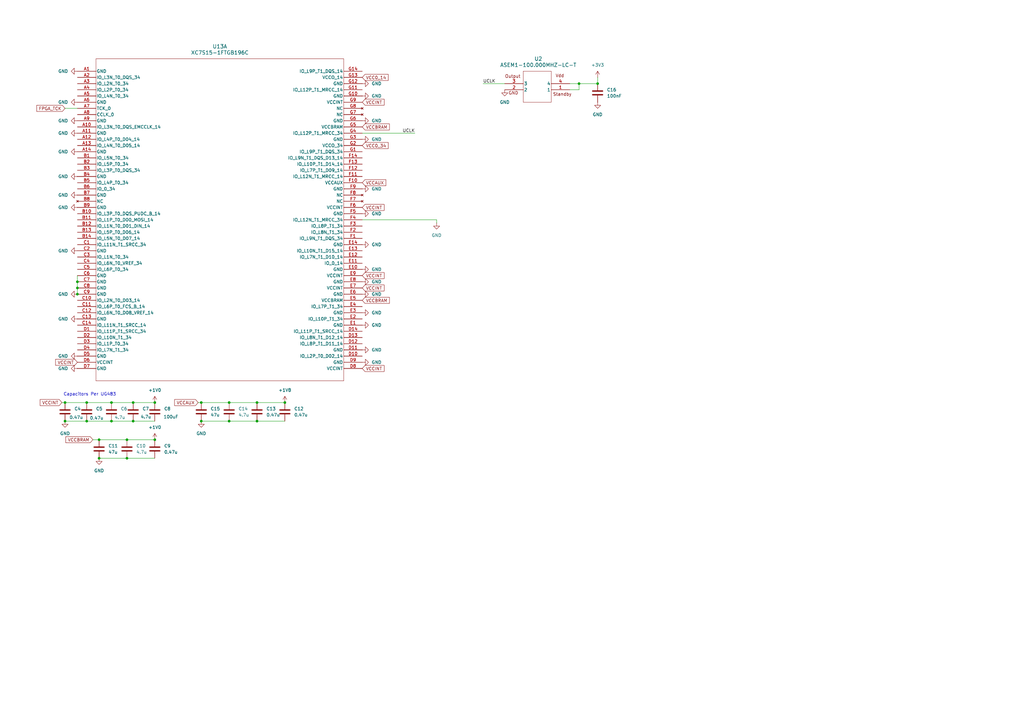
<source format=kicad_sch>
(kicad_sch (version 20250114) (generator "eeschema") (generator_version "9.0")
  (paper "A3")
  (lib_symbols
    (symbol "Device:C" (pin_numbers (hide yes)) (pin_names (offset 0.254))
      (property "Reference" "C" (at 0.635 2.54 0))
      (property "Value" "C" (at 0.635 -2.54 0))
      (symbol "C_0_1"
        (polyline (pts (xy -2.032 0.762) (xy 2.032 0.762)) (stroke (width 0.508)))
        (polyline (pts (xy -2.032 -0.762) (xy 2.032 -0.762)) (stroke (width 0.508)))
      )
      (symbol "C_1_1"
        (pin passive line (at 0 3.81 270) (length 2.794) (name "~") (number "1"))
        (pin passive line (at 0 -3.81 90) (length 2.794) (name "~") (number "2"))
      )
    )
    (symbol "FPGA&MCU:ASEM1-100.000MHZ-LC-T" (pin_names (offset 0.254))
      (property "Reference" "U" (at 13.716 9.398 0))
      (property "Value" "ASEM1-100.000MHZ-LC-T" (at 13.716 6.858 0))
      (symbol "ASEM1-100.000MHZ-LC-T_0_1"
        (polyline (pts (xy 7.62 5.08) (xy 7.62 -7.62)) (stroke (width 0.127)))
        (polyline (pts (xy 7.62 -7.62) (xy 19.05 -7.62)) (stroke (width 0.127)))
        (polyline (pts (xy 19.05 5.08) (xy 7.62 5.08)) (stroke (width 0.127)))
        (polyline (pts (xy 19.05 -7.62) (xy 19.05 5.08)) (stroke (width 0.127)))
        (pin unspecified line (at 0 0 0) (length 7.62) (name "3") (number "3"))
        (pin unspecified line (at 0 -2.54 0) (length 7.62) (name "2") (number "2"))
        (pin unspecified line (at 26.67 0 180) (length 7.62) (name "4") (number "4"))
        (pin unspecified line (at 26.67 -2.54 180) (length 7.62) (name "1") (number "1"))
      )
      (symbol "ASEM1-100.000MHZ-LC-T_1_1"
        (text "Output" (at 3.302 3.048 0) (effects (font (size 1.27 1.27))))
        (text "GND\n" (at 3.556 -3.81 0) (effects (font (size 1.27 1.27))))
        (text "Vdd\n" (at 22.606 3.302 0) (effects (font (size 1.27 1.27))))
        (text "Standby\n" (at 23.622 -4.318 0) (effects (font (size 1.27 1.27))))
      )
    )
    (symbol "FPGA&MCU:XC7S15-1FTGB196C" (pin_names (offset 0.254))
      (property "Reference" "U" (at 58.42 10.16 0))
      (property "Value" "XC7S15-1FTGB196C" (at 58.42 7.62 0))
      (symbol "XC7S15-1FTGB196C_1_1"
        (polyline (pts (xy 7.62 5.08) (xy 7.62 -127)) (stroke (width 0.127)))
        (polyline (pts (xy 7.62 -127) (xy 109.22 -127)) (stroke (width 0.127)))
        (polyline (pts (xy 109.22 5.08) (xy 7.62 5.08)) (stroke (width 0.127)))
        (polyline (pts (xy 109.22 -127) (xy 109.22 5.08)) (stroke (width 0.127)))
        (pin power_out line (at 0 0 0) (length 7.62) (name "GND") (number "A1"))
        (pin bidirectional line (at 0 -2.54 0) (length 7.62) (name "IO_L3N_T0_DQS_34") (number "A2"))
        (pin bidirectional line (at 0 -5.08 0) (length 7.62) (name "IO_L2N_T0_34") (number "A3"))
        (pin bidirectional line (at 0 -7.62 0) (length 7.62) (name "IO_L2P_T0_34") (number "A4"))
        (pin bidirectional line (at 0 -10.16 0) (length 7.62) (name "IO_L4N_T0_34") (number "A5"))
        (pin power_out line (at 0 -12.7 0) (length 7.62) (name "GND") (number "A6"))
        (pin input line (at 0 -15.24 0) (length 7.62) (name "TCK_0") (number "A7"))
        (pin bidirectional line (at 0 -17.78 0) (length 7.62) (name "CCLK_0") (number "A8"))
        (pin power_out line (at 0 -20.32 0) (length 7.62) (name "GND") (number "A9"))
        (pin bidirectional line (at 0 -22.86 0) (length 7.62) (name "IO_L3N_T0_DQS_EMCCLK_14") (number "A10"))
        (pin power_out line (at 0 -25.4 0) (length 7.62) (name "GND") (number "A11"))
        (pin bidirectional line (at 0 -27.94 0) (length 7.62) (name "IO_L4P_T0_D04_14") (number "A12"))
        (pin bidirectional line (at 0 -30.48 0) (length 7.62) (name "IO_L4N_T0_D05_14") (number "A13"))
        (pin power_out line (at 0 -33.02 0) (length 7.62) (name "GND") (number "A14"))
        (pin bidirectional line (at 0 -35.56 0) (length 7.62) (name "IO_L5N_T0_34") (number "B1"))
        (pin bidirectional line (at 0 -38.1 0) (length 7.62) (name "IO_L5P_T0_34") (number "B2"))
        (pin bidirectional line (at 0 -40.64 0) (length 7.62) (name "IO_L3P_T0_DQS_34") (number "B3"))
        (pin power_out line (at 0 -43.18 0) (length 7.62) (name "GND") (number "B4"))
        (pin bidirectional line (at 0 -45.72 0) (length 7.62) (name "IO_L4P_T0_34") (number "B5"))
        (pin bidirectional line (at 0 -48.26 0) (length 7.62) (name "IO_0_34") (number "B6"))
        (pin power_out line (at 0 -50.8 0) (length 7.62) (name "GND") (number "B7"))
        (pin no_connect line (at 0 -53.34 0) (length 7.62) (name "NC") (number "B8"))
        (pin power_out line (at 0 -55.88 0) (length 7.62) (name "GND") (number "B9"))
        (pin bidirectional line (at 0 -58.42 0) (length 7.62) (name "IO_L3P_T0_DQS_PUDC_B_14") (number "B10"))
        (pin bidirectional line (at 0 -60.96 0) (length 7.62) (name "IO_L1P_T0_D00_MOSI_14") (number "B11"))
        (pin bidirectional line (at 0 -63.5 0) (length 7.62) (name "IO_L1N_T0_D01_DIN_14") (number "B12"))
        (pin bidirectional line (at 0 -66.04 0) (length 7.62) (name "IO_L5P_T0_D06_14") (number "B13"))
        (pin bidirectional line (at 0 -68.58 0) (length 7.62) (name "IO_L5N_T0_D07_14") (number "B14"))
        (pin bidirectional line (at 0 -71.12 0) (length 7.62) (name "IO_L11N_T1_SRCC_34") (number "C1"))
        (pin power_out line (at 0 -73.66 0) (length 7.62) (name "GND") (number "C2"))
        (pin bidirectional line (at 0 -76.2 0) (length 7.62) (name "IO_L1N_T0_34") (number "C3"))
        (pin bidirectional line (at 0 -78.74 0) (length 7.62) (name "IO_L6N_T0_VREF_34") (number "C4"))
        (pin bidirectional line (at 0 -81.28 0) (length 7.62) (name "IO_L6P_T0_34") (number "C5"))
        (pin power_out line (at 0 -83.82 0) (length 7.62) (name "GND") (number "C6"))
        (pin power_out line (at 0 -86.36 0) (length 7.62) (name "GND") (number "C7"))
        (pin power_out line (at 0 -88.9 0) (length 7.62) (name "GND") (number "C8"))
        (pin power_out line (at 0 -91.44 0) (length 7.62) (name "GND") (number "C9"))
        (pin bidirectional line (at 0 -93.98 0) (length 7.62) (name "IO_L2N_T0_D03_14") (number "C10"))
        (pin bidirectional line (at 0 -96.52 0) (length 7.62) (name "IO_L6P_T0_FCS_B_14") (number "C11"))
        (pin bidirectional line (at 0 -99.06 0) (length 7.62) (name "IO_L6N_T0_D08_VREF_14") (number "C12"))
        (pin power_out line (at 0 -101.6 0) (length 7.62) (name "GND") (number "C13"))
        (pin bidirectional line (at 0 -104.14 0) (length 7.62) (name "IO_L11N_T1_SRCC_14") (number "C14"))
        (pin bidirectional line (at 0 -106.68 0) (length 7.62) (name "IO_L11P_T1_SRCC_34") (number "D1"))
        (pin bidirectional line (at 0 -109.22 0) (length 7.62) (name "IO_L10N_T1_34") (number "D2"))
        (pin bidirectional line (at 0 -111.76 0) (length 7.62) (name "IO_L1P_T0_34") (number "D3"))
        (pin bidirectional line (at 0 -114.3 0) (length 7.62) (name "IO_L7N_T1_34") (number "D4"))
        (pin power_out line (at 0 -116.84 0) (length 7.62) (name "GND") (number "D5"))
        (pin power_in line (at 0 -119.38 0) (length 7.62) (name "VCCINT") (number "D6"))
        (pin power_out line (at 0 -121.92 0) (length 7.62) (name "GND") (number "D7"))
        (pin bidirectional line (at 116.84 0 180) (length 7.62) (name "IO_L9P_T1_DQS_14") (number "G14"))
        (pin power_in line (at 116.84 -2.54 180) (length 7.62) (name "VCCO_14") (number "G13"))
        (pin power_out line (at 116.84 -5.08 180) (length 7.62) (name "GND") (number "G12"))
        (pin bidirectional line (at 116.84 -7.62 180) (length 7.62) (name "IO_L12P_T1_MRCC_14") (number "G11"))
        (pin power_out line (at 116.84 -10.16 180) (length 7.62) (name "GND") (number "G10"))
        (pin power_in line (at 116.84 -12.7 180) (length 7.62) (name "VCCINT") (number "G9"))
        (pin no_connect line (at 116.84 -15.24 180) (length 7.62) (name "NC") (number "G8"))
        (pin no_connect line (at 116.84 -17.78 180) (length 7.62) (name "NC") (number "G7"))
        (pin power_out line (at 116.84 -20.32 180) (length 7.62) (name "GND") (number "G6"))
        (pin power_in line (at 116.84 -22.86 180) (length 7.62) (name "VCCBRAM") (number "G5"))
        (pin bidirectional line (at 116.84 -25.4 180) (length 7.62) (name "IO_L12P_T1_MRCC_34") (number "G4"))
        (pin power_out line (at 116.84 -27.94 180) (length 7.62) (name "GND") (number "G3"))
        (pin power_in line (at 116.84 -30.48 180) (length 7.62) (name "VCCO_34") (number "G2"))
        (pin bidirectional line (at 116.84 -33.02 180) (length 7.62) (name "IO_L9P_T1_DQS_34") (number "G1"))
        (pin bidirectional line (at 116.84 -35.56 180) (length 7.62) (name "IO_L9N_T1_DQS_D13_14") (number "F14"))
        (pin bidirectional line (at 116.84 -38.1 180) (length 7.62) (name "IO_L10P_T1_D14_14") (number "F13"))
        (pin bidirectional line (at 116.84 -40.64 180) (length 7.62) (name "IO_L7P_T1_D09_14") (number "F12"))
        (pin bidirectional line (at 116.84 -43.18 180) (length 7.62) (name "IO_L12N_T1_MRCC_14") (number "F11"))
        (pin power_in line (at 116.84 -45.72 180) (length 7.62) (name "VCCAUX") (number "F10"))
        (pin power_out line (at 116.84 -48.26 180) (length 7.62) (name "GND") (number "F9"))
        (pin no_connect line (at 116.84 -50.8 180) (length 7.62) (name "NC") (number "F8"))
        (pin no_connect line (at 116.84 -53.34 180) (length 7.62) (name "NC") (number "F7"))
        (pin power_in line (at 116.84 -55.88 180) (length 7.62) (name "VCCINT") (number "F6"))
        (pin power_out line (at 116.84 -58.42 180) (length 7.62) (name "GND") (number "F5"))
        (pin bidirectional line (at 116.84 -60.96 180) (length 7.62) (name "IO_L12N_T1_MRCC_34") (number "F4"))
        (pin bidirectional line (at 116.84 -63.5 180) (length 7.62) (name "IO_L8P_T1_34") (number "F3"))
        (pin bidirectional line (at 116.84 -66.04 180) (length 7.62) (name "IO_L8N_T1_34") (number "F2"))
        (pin bidirectional line (at 116.84 -68.58 180) (length 7.62) (name "IO_L9N_T1_DQS_34") (number "F1"))
        (pin power_out line (at 116.84 -71.12 180) (length 7.62) (name "GND") (number "E14"))
        (pin bidirectional line (at 116.84 -73.66 180) (length 7.62) (name "IO_L10N_T1_D15_14") (number "E13"))
        (pin bidirectional line (at 116.84 -76.2 180) (length 7.62) (name "IO_L7N_T1_D10_14") (number "E12"))
        (pin bidirectional line (at 116.84 -78.74 180) (length 7.62) (name "IO_0_14") (number "E11"))
        (pin power_out line (at 116.84 -81.28 180) (length 7.62) (name "GND") (number "E10"))
        (pin power_in line (at 116.84 -83.82 180) (length 7.62) (name "VCCINT") (number "E9"))
        (pin power_out line (at 116.84 -86.36 180) (length 7.62) (name "GND") (number "E8"))
        (pin power_in line (at 116.84 -88.9 180) (length 7.62) (name "VCCINT") (number "E7"))
        (pin power_out line (at 116.84 -91.44 180) (length 7.62) (name "GND") (number "E6"))
        (pin power_in line (at 116.84 -93.98 180) (length 7.62) (name "VCCBRAM") (number "E5"))
        (pin bidirectional line (at 116.84 -96.52 180) (length 7.62) (name "IO_L7P_T1_34") (number "E4"))
        (pin power_out line (at 116.84 -99.06 180) (length 7.62) (name "GND") (number "E3"))
        (pin bidirectional line (at 116.84 -101.6 180) (length 7.62) (name "IO_L10P_T1_34") (number "E2"))
        (pin power_out line (at 116.84 -104.14 180) (length 7.62) (name "GND") (number "E1"))
        (pin bidirectional line (at 116.84 -106.68 180) (length 7.62) (name "IO_L11P_T1_SRCC_14") (number "D14"))
        (pin bidirectional line (at 116.84 -109.22 180) (length 7.62) (name "IO_L8N_T1_D12_14") (number "D13"))
        (pin bidirectional line (at 116.84 -111.76 180) (length 7.62) (name "IO_L8P_T1_D11_14") (number "D12"))
        (pin power_out line (at 116.84 -114.3 180) (length 7.62) (name "GND") (number "D11"))
        (pin bidirectional line (at 116.84 -116.84 180) (length 7.62) (name "IO_L2P_T0_D02_14") (number "D10"))
        (pin power_out line (at 116.84 -119.38 180) (length 7.62) (name "GND") (number "D9"))
        (pin power_in line (at 116.84 -121.92 180) (length 7.62) (name "VCCINT") (number "D8"))
      )
      (symbol "XC7S15-1FTGB196C_2_1"
        (polyline (pts (xy 7.62 5.08) (xy 7.62 -127)) (stroke (width 0.127)))
        (polyline (pts (xy 7.62 -127) (xy 124.46 -127)) (stroke (width 0.127)))
        (polyline (pts (xy 124.46 5.08) (xy 7.62 5.08)) (stroke (width 0.127)))
        (polyline (pts (xy 124.46 -127) (xy 124.46 5.08)) (stroke (width 0.127)))
        (pin bidirectional line (at 0 0 0) (length 7.62) (name "IO_L14N_T2_SRCC_34") (number "H1"))
        (pin bidirectional line (at 0 -2.54 0) (length 7.62) (name "IO_L14P_T2_SRCC_34") (number "H2"))
        (pin bidirectional line (at 0 -5.08 0) (length 7.62) (name "IO_L13N_T2_MRCC_34") (number "H3"))
        (pin bidirectional line (at 0 -7.62 0) (length 7.62) (name "IO_L13P_T2_MRCC_34") (number "H4"))
        (pin power_out line (at 0 -10.16 0) (length 7.62) (name "GND") (number "H5"))
        (pin power_in line (at 0 -12.7 0) (length 7.62) (name "VCCINT") (number "H6"))
        (pin no_connect line (at 0 -15.24 0) (length 7.62) (name "NC") (number "H7"))
        (pin no_connect line (at 0 -17.78 0) (length 7.62) (name "NC") (number "H8"))
        (pin power_out line (at 0 -20.32 0) (length 7.62) (name "GND") (number "H9"))
        (pin power_in line (at 0 -22.86 0) (length 7.62) (name "VCCAUX") (number "H10"))
        (pin bidirectional line (at 0 -25.4 0) (length 7.62) (name "IO_L13P_T2_MRCC_14") (number "H11"))
        (pin bidirectional line (at 0 -27.94 0) (length 7.62) (name "IO_L13N_T2_MRCC_14") (number "H12"))
        (pin bidirectional line (at 0 -30.48 0) (length 7.62) (name "IO_L14P_T2_SRCC_14") (number "H13"))
        (pin bidirectional line (at 0 -33.02 0) (length 7.62) (name "IO_L14N_T2_SRCC_14") (number "H14"))
        (pin bidirectional line (at 0 -35.56 0) (length 7.62) (name "IO_L15N_T2_DQS_34") (number "J1"))
        (pin bidirectional line (at 0 -38.1 0) (length 7.62) (name "IO_L15P_T2_DQS_34") (number "J2"))
        (pin bidirectional line (at 0 -40.64 0) (length 7.62) (name "IO_L17N_T2_34") (number "J3"))
        (pin bidirectional line (at 0 -43.18 0) (length 7.62) (name "IO_L17P_T2_34") (number "J4"))
        (pin power_in line (at 0 -45.72 0) (length 7.62) (name "VCCBRAM") (number "J5"))
        (pin power_out line (at 0 -48.26 0) (length 7.62) (name "GND") (number "J6"))
        (pin unspecified line (at 0 -50.8 0) (length 7.62) (name "DXN_0") (number "J7"))
        (pin unspecified line (at 0 -53.34 0) (length 7.62) (name "DXP_0") (number "J8"))
        (pin power_in line (at 0 -55.88 0) (length 7.62) (name "VCCINT") (number "J9"))
        (pin power_out line (at 0 -58.42 0) (length 7.62) (name "GND") (number "J10"))
        (pin bidirectional line (at 0 -60.96 0) (length 7.62) (name "IO_L17P_T2_D30_14") (number "J11"))
        (pin bidirectional line (at 0 -63.5 0) (length 7.62) (name "IO_L17N_T2_D29_14") (number "J12"))
        (pin bidirectional line (at 0 -66.04 0) (length 7.62) (name "IO_L18P_T2_D28_14") (number "J13"))
        (pin bidirectional line (at 0 -68.58 0) (length 7.62) (name "IO_L18N_T2_D27_14") (number "J14"))
        (pin power_out line (at 0 -71.12 0) (length 7.62) (name "GND") (number "K1"))
        (pin power_in line (at 0 -73.66 0) (length 7.62) (name "VCCO_34") (number "K2"))
        (pin bidirectional line (at 0 -76.2 0) (length 7.62) (name "IO_L16N_T2_34") (number "K3"))
        (pin bidirectional line (at 0 -78.74 0) (length 7.62) (name "IO_L16P_T2_34") (number "K4"))
        (pin power_out line (at 0 -81.28 0) (length 7.62) (name "GND") (number "K5"))
        (pin power_in line (at 0 -83.82 0) (length 7.62) (name "VCCINT") (number "K6"))
        (pin power_out line (at 0 -86.36 0) (length 7.62) (name "GND") (number "K7"))
        (pin power_in line (at 0 -88.9 0) (length 7.62) (name "VCCINT") (number "K8"))
        (pin power_out line (at 0 -91.44 0) (length 7.62) (name "GND") (number "K9"))
        (pin power_in line (at 0 -93.98 0) (length 7.62) (name "VCCAUX") (number "K10"))
        (pin bidirectional line (at 0 -96.52 0) (length 7.62) (name "IO_L19P_T3_D26_14") (number "K11"))
        (pin bidirectional line (at 0 -99.06 0) (length 7.62) (name "IO_L19N_T3_D25_VREF_14") (number "K12"))
        (pin power_in line (at 0 -101.6 0) (length 7.62) (name "VCCO_14") (number "K13"))
        (pin power_out line (at 0 -104.14 0) (length 7.62) (name "GND") (number "K14"))
        (pin bidirectional line (at 0 -106.68 0) (length 7.62) (name "IO_L18N_T2_34") (number "L1"))
        (pin bidirectional line (at 0 -109.22 0) (length 7.62) (name "IO_L22N_T3_34") (number "L2"))
        (pin bidirectional line (at 0 -111.76 0) (length 7.62) (name "IO_L22P_T3_34") (number "L3"))
        (pin power_out line (at 0 -114.3 0) (length 7.62) (name "GND") (number "L4"))
        (pin bidirectional line (at 0 -116.84 0) (length 7.62) (name "IO_25_34") (number "L5"))
        (pin power_out line (at 0 -119.38 0) (length 7.62) (name "GND") (number "L6"))
        (pin input line (at 0 -121.92 0) (length 7.62) (name "PROGRAM_B_0") (number "L7"))
        (pin power_out line (at 132.08 0 180) (length 7.62) (name "GND") (number "P14"))
        (pin bidirectional line (at 132.08 -2.54 180) (length 7.62) (name "IO_L22N_T3_D20_14") (number "P13"))
        (pin bidirectional line (at 132.08 -5.08 180) (length 7.62) (name "IO_L22P_T3_D21_14") (number "P12"))
        (pin bidirectional line (at 132.08 -7.62 180) (length 7.62) (name "IO_L24N_T3_D16_14") (number "P11"))
        (pin bidirectional line (at 132.08 -10.16 180) (length 7.62) (name "IO_L24P_T3_D17_14") (number "P10"))
        (pin bidirectional line (at 132.08 -12.7 180) (length 7.62) (name "DONE_0") (number "P9"))
        (pin bidirectional line (at 132.08 -15.24 180) (length 7.62) (name "INIT_B_0") (number "P8"))
        (pin input line (at 132.08 -17.78 180) (length 7.62) (name "TDI_0") (number "P7"))
        (pin output line (at 132.08 -20.32 180) (length 7.62) (name "TDO_0") (number "P6"))
        (pin bidirectional line (at 132.08 -22.86 180) (length 7.62) (name "IO_L24P_T3_34") (number "P5"))
        (pin bidirectional line (at 132.08 -25.4 180) (length 7.62) (name "IO_L21P_T3_DQS_34") (number "P4"))
        (pin bidirectional line (at 132.08 -27.94 180) (length 7.62) (name "IO_L21N_T3_DQS_34") (number "P3"))
        (pin bidirectional line (at 132.08 -30.48 180) (length 7.62) (name "IO_L20P_T3_34") (number "P2"))
        (pin power_out line (at 132.08 -33.02 180) (length 7.62) (name "GND") (number "P1"))
        (pin bidirectional line (at 132.08 -35.56 180) (length 7.62) (name "IO_L21P_T3_DQS_14") (number "N14"))
        (pin power_in line (at 132.08 -38.1 180) (length 7.62) (name "VCCO_14") (number "N13"))
        (pin power_out line (at 132.08 -40.64 180) (length 7.62) (name "GND") (number "N12"))
        (pin bidirectional line (at 132.08 -43.18 180) (length 7.62) (name "IO_L23N_T3_D18_14") (number "N11"))
        (pin bidirectional line (at 132.08 -45.72 180) (length 7.62) (name "IO_L23P_T3_D19_14") (number "N10"))
        (pin power_out line (at 132.08 -48.26 180) (length 7.62) (name "GND") (number "N9"))
        (pin power_in line (at 132.08 -50.8 180) (length 7.62) (name "VCCO_0") (number "N8"))
        (pin input line (at 132.08 -53.34 180) (length 7.62) (name "CFGBVS_0") (number "N7"))
        (pin power_in line (at 132.08 -55.88 180) (length 7.62) (name "VCCO_0") (number "N6"))
        (pin power_out line (at 132.08 -58.42 180) (length 7.62) (name "GND") (number "N5"))
        (pin bidirectional line (at 132.08 -60.96 180) (length 7.62) (name "IO_L24N_T3_34") (number "N4"))
        (pin power_out line (at 132.08 -63.5 180) (length 7.62) (name "GND") (number "N3"))
        (pin power_in line (at 132.08 -66.04 180) (length 7.62) (name "VCCO_34") (number "N2"))
        (pin bidirectional line (at 132.08 -68.58 180) (length 7.62) (name "IO_L20N_T3_34") (number "N1"))
        (pin bidirectional line (at 132.08 -71.12 180) (length 7.62) (name "IO_L21N_T3_DQS_D22_14") (number "M14"))
        (pin bidirectional line (at 132.08 -73.66 180) (length 7.62) (name "IO_L15P_T2_DQS_RDWR_B_14") (number "M13"))
        (pin bidirectional line (at 132.08 -76.2 180) (length 7.62) (name "IO_L20N_T3_D23_14") (number "M12"))
        (pin bidirectional line (at 132.08 -78.74 180) (length 7.62) (name "IO_L20P_T3_D24_14") (number "M11"))
        (pin bidirectional line (at 132.08 -81.28 180) (length 7.62) (name "IO_25_14") (number "M10"))
        (pin input line (at 132.08 -83.82 180) (length 7.62) (name "M2_0") (number "M9"))
        (pin input line (at 132.08 -86.36 180) (length 7.62) (name "M1_0") (number "M8"))
        (pin input line (at 132.08 -88.9 180) (length 7.62) (name "M0_0") (number "M7"))
        (pin input line (at 132.08 -91.44 180) (length 7.62) (name "TMS_0") (number "M6"))
        (pin bidirectional line (at 132.08 -93.98 180) (length 7.62) (name "IO_L23P_T3_34") (number "M5"))
        (pin bidirectional line (at 132.08 -96.52 180) (length 7.62) (name "IO_L23N_T3_34") (number "M4"))
        (pin bidirectional line (at 132.08 -99.06 180) (length 7.62) (name "IO_L19P_T3_34") (number "M3"))
        (pin bidirectional line (at 132.08 -101.6 180) (length 7.62) (name "IO_L19N_T3_VREF_34") (number "M2"))
        (pin bidirectional line (at 132.08 -104.14 180) (length 7.62) (name "IO_L18P_T2_34") (number "M1"))
        (pin bidirectional line (at 132.08 -106.68 180) (length 7.62) (name "IO_L15N_T2_DQS_DOUT_CSO_B_14") (number "L14"))
        (pin bidirectional line (at 132.08 -109.22 180) (length 7.62) (name "IO_L16N_T2_D31_14") (number "L13"))
        (pin bidirectional line (at 132.08 -111.76 180) (length 7.62) (name "IO_L16P_T2_CSI_B_14") (number "L12"))
        (pin power_out line (at 132.08 -114.3 180) (length 7.62) (name "GND") (number "L11"))
        (pin power_out line (at 132.08 -116.84 180) (length 7.62) (name "GND") (number "L10"))
        (pin power_in line (at 132.08 -119.38 180) (length 7.62) (name "VCCAUX") (number "L9"))
        (pin power_out line (at 132.08 -121.92 180) (length 7.62) (name "GND") (number "L8"))
      )
    )
    (symbol "power:+1V0" (power) (pin_numbers (hide yes)) (pin_names (offset 0) (hide yes))
      (property "Value" "+1V0" (at 0 3.556 0))
      (symbol "+1V0_0_1"
        (polyline (pts (xy -0.762 1.27) (xy 0 2.54)))
        (polyline (pts (xy 0 2.54) (xy 0.762 1.27)))
        (polyline (pts (xy 0 0) (xy 0 2.54)))
      )
      (symbol "+1V0_1_1"
        (pin power_in line (at 0 0 90) (length 0) (name "~") (number "1"))
      )
    )
    (symbol "power:+1V8" (power) (pin_numbers (hide yes)) (pin_names (offset 0) (hide yes))
      (property "Value" "+1V8" (at 0 3.556 0))
      (symbol "+1V8_0_1"
        (polyline (pts (xy -0.762 1.27) (xy 0 2.54)))
        (polyline (pts (xy 0 2.54) (xy 0.762 1.27)))
        (polyline (pts (xy 0 0) (xy 0 2.54)))
      )
      (symbol "+1V8_1_1"
        (pin power_in line (at 0 0 90) (length 0) (name "~") (number "1"))
      )
    )
    (symbol "power:+3V3" (power) (pin_numbers (hide yes)) (pin_names (offset 0) (hide yes))
      (property "Value" "+3V3" (at 0 3.556 0))
      (symbol "+3V3_0_1"
        (polyline (pts (xy -0.762 1.27) (xy 0 2.54)))
        (polyline (pts (xy 0 2.54) (xy 0.762 1.27)))
        (polyline (pts (xy 0 0) (xy 0 2.54)))
      )
      (symbol "+3V3_1_1"
        (pin power_in line (at 0 0 90) (length 0) (name "~") (number "1"))
      )
    )
    (symbol "power:GND" (power) (pin_numbers (hide yes)) (pin_names (offset 0) (hide yes))
      (property "Value" "GND" (at 0 -3.81 0))
      (symbol "GND_0_1"
        (polyline (pts (xy 0 0) (xy 0 -1.27) (xy 1.27 -1.27) (xy 0 -2.54) (xy -1.27 -1.27) (xy 0 -1.27)))
      )
      (symbol "GND_1_1"
        (pin power_in line (at 0 0 270) (length 0) (name "~") (number "1"))
      )
    )
  )
  (text "Capacitors Per UG483\n" (at 36.83 161.798 0) (effects (font (size 1.27 1.27))))
  (junction (at 116.84 165.1))
  (junction (at 93.98 165.1))
  (junction (at 40.64 180.34))
  (junction (at 35.56 172.72))
  (junction (at 26.67 172.72))
  (junction (at 105.41 172.72))
  (junction (at 82.55 165.1))
  (junction (at 31.75 120.65))
  (junction (at 40.64 187.96))
  (junction (at 105.41 165.1))
  (junction (at 237.49 34.29))
  (junction (at 31.75 115.57))
  (junction (at 45.72 172.72))
  (junction (at 63.5 180.34))
  (junction (at 245.11 34.29))
  (junction (at 63.5 165.1))
  (junction (at 82.55 172.72))
  (junction (at 93.98 172.72))
  (junction (at 54.61 165.1))
  (junction (at 52.07 187.96))
  (junction (at 26.67 165.1))
  (junction (at 54.61 172.72))
  (junction (at 45.72 165.1))
  (junction (at 31.75 118.11))
  (junction (at 52.07 180.34))
  (junction (at 35.56 165.1))
  (wire (pts (xy 45.72 172.72) (xy 54.61 172.72)))
  (wire (pts (xy 233.68 36.83) (xy 237.49 36.83)))
  (wire (pts (xy 26.67 165.1) (xy 35.56 165.1)))
  (wire (pts (xy 25.4 165.1) (xy 26.67 165.1)))
  (wire (pts (xy 31.75 115.57) (xy 31.75 118.11)))
  (wire (pts (xy 52.07 180.34) (xy 40.64 180.34)))
  (wire (pts (xy 105.41 165.1) (xy 93.98 165.1)))
  (wire (pts (xy 245.11 31.75) (xy 245.11 34.29)))
  (wire (pts (xy 26.67 172.72) (xy 35.56 172.72)))
  (wire (pts (xy 93.98 165.1) (xy 82.55 165.1)))
  (wire (pts (xy 52.07 187.96) (xy 63.5 187.96)))
  (wire (pts (xy 237.49 34.29) (xy 245.11 34.29)))
  (wire (pts (xy 54.61 172.72) (xy 63.5 172.72)))
  (wire (pts (xy 105.41 172.72) (xy 116.84 172.72)))
  (wire (pts (xy 237.49 34.29) (xy 233.68 34.29)))
  (wire (pts (xy 40.64 180.34) (xy 38.1 180.34)))
  (wire (pts (xy 54.61 165.1) (xy 63.5 165.1)))
  (wire (pts (xy 81.28 165.1) (xy 82.55 165.1)))
  (wire (pts (xy 40.64 187.96) (xy 52.07 187.96)))
  (wire (pts (xy 31.75 113.03) (xy 31.75 115.57)))
  (wire (pts (xy 26.67 44.45) (xy 31.75 44.45)))
  (wire (pts (xy 93.98 172.72) (xy 105.41 172.72)))
  (wire (pts (xy 35.56 165.1) (xy 45.72 165.1)))
  (wire (pts (xy 116.84 165.1) (xy 105.41 165.1)))
  (wire (pts (xy 82.55 172.72) (xy 93.98 172.72)))
  (wire (pts (xy 148.59 54.61) (xy 170.18 54.61)))
  (wire (pts (xy 35.56 172.72) (xy 45.72 172.72)))
  (wire (pts (xy 45.72 165.1) (xy 54.61 165.1)))
  (wire (pts (xy 148.59 90.17) (xy 179.07 90.17)))
  (wire (pts (xy 179.07 90.17) (xy 179.07 91.44)))
  (wire (pts (xy 237.49 36.83) (xy 237.49 34.29)))
  (wire (pts (xy 198.12 34.29) (xy 207.01 34.29)))
  (wire (pts (xy 31.75 118.11) (xy 31.75 120.65)))
  (wire (pts (xy 63.5 180.34) (xy 52.07 180.34)))
  (label "UCLK" (at 170.18 54.61 180))
  (label "UCLK" (at 198.12 34.29 0))
  (global_label "VCCINT" (shape input) (at 148.59 113.03 0) (property "Intersheetrefs" "${INTERSHEET_REFS}" (effects (hide yes))))
  (global_label "VCC0_34" (shape input) (at 148.59 59.69 0) (property "Intersheetrefs" "${INTERSHEET_REFS}" (effects (hide yes))))
  (global_label "VCCINT" (shape input) (at 148.59 41.91 0) (property "Intersheetrefs" "${INTERSHEET_REFS}" (effects (hide yes))))
  (global_label "VCCINT" (shape input) (at 148.59 85.09 0) (property "Intersheetrefs" "${INTERSHEET_REFS}" (effects (hide yes))))
  (global_label "VCCAUX" (shape input) (at 148.59 74.93 0) (property "Intersheetrefs" "${INTERSHEET_REFS}" (effects (hide yes))))
  (global_label "VCCBRAM" (shape input) (at 148.59 52.07 0) (property "Intersheetrefs" "${INTERSHEET_REFS}" (effects (hide yes))))
  (global_label "VCCBRAM" (shape input) (at 38.1 180.34 180) (property "Intersheetrefs" "${INTERSHEET_REFS}" (effects (hide yes))))
  (global_label "VCCINT" (shape input) (at 148.59 118.11 0) (property "Intersheetrefs" "${INTERSHEET_REFS}" (effects (hide yes))))
  (global_label "FPGA_TCK" (shape input) (at 26.67 44.45 180) (property "Intersheetrefs" "${INTERSHEET_REFS}" (effects (hide yes))))
  (global_label "VCCINT" (shape input) (at 31.75 148.59 180) (property "Intersheetrefs" "${INTERSHEET_REFS}" (effects (hide yes))))
  (global_label "VCCBRAM" (shape input) (at 148.59 123.19 0) (property "Intersheetrefs" "${INTERSHEET_REFS}" (effects (hide yes))))
  (global_label "VCCAUX" (shape input) (at 81.28 165.1 180) (property "Intersheetrefs" "${INTERSHEET_REFS}" (effects (hide yes))))
  (global_label "VCC0_14" (shape input) (at 148.59 31.75 0) (property "Intersheetrefs" "${INTERSHEET_REFS}" (effects (hide yes))))
  (global_label "VCCINT" (shape input) (at 25.4 165.1 180) (property "Intersheetrefs" "${INTERSHEET_REFS}" (effects (hide yes))))
  (global_label "VCCINT" (shape input) (at 148.59 151.13 0) (property "Intersheetrefs" "${INTERSHEET_REFS}" (effects (hide yes))))
  (symbol (lib_id "Device:C") (at 93.98 168.91 0) (unit 1)
    (property "Reference" "C14" (at 97.79 167.6399 0) (effects (justify left)))
    (property "Value" "4.7u" (at 97.79 170.1799 0) (effects (justify left)))
    (property "Description" "Unpolarized capacitor" (effects (hide yes)))
  )
  (symbol (lib_id "power:GND") (at 31.75 130.81 270) (unit 1)
    (property "Reference" "#PWR031" (effects (hide yes)))
    (property "Value" "GND" (at 27.94 130.8099 90) (effects (justify right)))
    (property "Description" "Power symbol creates a global label with name \"GND\" , ground" (effects (hide yes)))
  )
  (symbol (lib_id "Device:C") (at 63.5 184.15 0) (unit 1)
    (property "Reference" "C9" (at 67.31 182.8799 0) (effects (justify left)))
    (property "Value" "0.47u" (at 67.31 185.4199 0) (effects (justify left)))
    (property "Description" "Unpolarized capacitor" (effects (hide yes)))
  )
  (symbol (lib_id "power:GND") (at 148.59 128.27 90) (unit 1)
    (property "Reference" "#PWR044" (effects (hide yes)))
    (property "Value" "GND" (at 152.4 128.2699 90) (effects (justify right)))
    (property "Description" "Power symbol creates a global label with name \"GND\" , ground" (effects (hide yes)))
  )
  (symbol (lib_id "power:GND") (at 207.01 36.83 0) (unit 1)
    (property "Reference" "#PWR091" (effects (hide yes)))
    (property "Value" "GND" (at 207.01 41.91 0))
    (property "Description" "Power symbol creates a global label with name \"GND\" , ground" (effects (hide yes)))
  )
  (symbol (lib_id "power:GND") (at 148.59 49.53 90) (unit 1)
    (property "Reference" "#PWR036" (effects (hide yes)))
    (property "Value" "GND" (at 152.4 49.5299 90) (effects (justify right)))
    (property "Description" "Power symbol creates a global label with name \"GND\" , ground" (effects (hide yes)))
  )
  (symbol (lib_id "power:GND") (at 31.75 41.91 270) (unit 1)
    (property "Reference" "#PWR023" (effects (hide yes)))
    (property "Value" "GND" (at 27.94 41.9099 90) (effects (justify right)))
    (property "Description" "Power symbol creates a global label with name \"GND\" , ground" (effects (hide yes)))
  )
  (symbol (lib_id "Device:C") (at 54.61 168.91 0) (unit 1)
    (property "Reference" "C7" (at 58.42 167.6399 0) (effects (justify left)))
    (property "Value" "4.7u" (at 57.658 170.942 0) (effects (justify left)))
    (property "Description" "Unpolarized capacitor" (effects (hide yes)))
  )
  (symbol (lib_id "power:+1V8") (at 116.84 165.1 0) (unit 1)
    (property "Reference" "#PWR087" (effects (hide yes)))
    (property "Value" "+1V8" (at 116.84 160.02 0))
    (property "Description" "Power symbol creates a global label with name \"+1V8\"" (effects (hide yes)))
  )
  (symbol (lib_id "power:GND") (at 148.59 77.47 90) (unit 1)
    (property "Reference" "#PWR038" (effects (hide yes)))
    (property "Value" "GND" (at 152.4 77.4699 90) (effects (justify right)))
    (property "Description" "Power symbol creates a global label with name \"GND\" , ground" (effects (hide yes)))
  )
  (symbol (lib_id "power:GND") (at 148.59 34.29 90) (unit 1)
    (property "Reference" "#PWR034" (effects (hide yes)))
    (property "Value" "GND" (at 152.4 34.2899 90) (effects (justify right)))
    (property "Description" "Power symbol creates a global label with name \"GND\" , ground" (effects (hide yes)))
  )
  (symbol (lib_id "power:GND") (at 31.75 85.09 270) (unit 1)
    (property "Reference" "#PWR028" (effects (hide yes)))
    (property "Value" "GND" (at 27.94 85.0899 90) (effects (justify right)))
    (property "Description" "Power symbol creates a global label with name \"GND\" , ground" (effects (hide yes)))
  )
  (symbol (lib_id "power:GND") (at 148.59 120.65 90) (unit 1)
    (property "Reference" "#PWR043" (effects (hide yes)))
    (property "Value" "GND" (at 152.4 120.6499 90) (effects (justify right)))
    (property "Description" "Power symbol creates a global label with name \"GND\" , ground" (effects (hide yes)))
  )
  (symbol (lib_id "power:+3V3") (at 245.11 31.75 0) (unit 1)
    (property "Reference" "#PWR089" (effects (hide yes)))
    (property "Value" "+3V3" (at 245.11 26.67 0))
    (property "Description" "Power symbol creates a global label with name \"+3V3\"" (effects (hide yes)))
  )
  (symbol (lib_id "Device:C") (at 63.5 168.91 0) (unit 1)
    (property "Reference" "C8" (at 67.31 167.6399 0) (effects (justify left)))
    (property "Value" "100uF" (at 67.056 170.942 0) (effects (justify left)))
    (property "Description" "Unpolarized capacitor" (effects (hide yes)))
  )
  (symbol (lib_id "Device:C") (at 40.64 184.15 0) (unit 1)
    (property "Reference" "C11" (at 44.45 182.8799 0) (effects (justify left)))
    (property "Value" "47u" (at 44.45 185.4199 0) (effects (justify left)))
    (property "Description" "Unpolarized capacitor" (effects (hide yes)))
  )
  (symbol (lib_id "power:GND") (at 31.75 49.53 270) (unit 1)
    (property "Reference" "#PWR022" (effects (hide yes)))
    (property "Value" "GND" (at 27.94 49.5299 90) (effects (justify right)))
    (property "Description" "Power symbol creates a global label with name \"GND\" , ground" (effects (hide yes)))
  )
  (symbol (lib_id "Device:C") (at 82.55 168.91 0) (unit 1)
    (property "Reference" "C15" (at 86.36 167.6399 0) (effects (justify left)))
    (property "Value" "47u" (at 86.36 170.1799 0) (effects (justify left)))
    (property "Description" "Unpolarized capacitor" (effects (hide yes)))
  )
  (symbol (lib_id "power:GND") (at 148.59 39.37 90) (unit 1)
    (property "Reference" "#PWR035" (effects (hide yes)))
    (property "Value" "GND" (at 152.4 39.3699 90) (effects (justify right)))
    (property "Description" "Power symbol creates a global label with name \"GND\" , ground" (effects (hide yes)))
  )
  (symbol (lib_id "power:GND") (at 31.75 29.21 270) (unit 1)
    (property "Reference" "#PWR021" (effects (hide yes)))
    (property "Value" "GND" (at 27.94 29.2099 90) (effects (justify right)))
    (property "Description" "Power symbol creates a global label with name \"GND\" , ground" (effects (hide yes)))
  )
  (symbol (lib_id "power:GND") (at 179.07 91.44 0) (unit 1)
    (property "Reference" "#PWR099" (effects (hide yes)))
    (property "Value" "GND" (at 179.07 96.52 0))
    (property "Description" "Power symbol creates a global label with name \"GND\" , ground" (effects (hide yes)))
  )
  (symbol (lib_id "power:GND") (at 31.75 54.61 270) (unit 1)
    (property "Reference" "#PWR024" (effects (hide yes)))
    (property "Value" "GND" (at 27.94 54.6099 90) (effects (justify right)))
    (property "Description" "Power symbol creates a global label with name \"GND\" , ground" (effects (hide yes)))
  )
  (symbol (lib_id "power:GND") (at 148.59 133.35 90) (unit 1)
    (property "Reference" "#PWR045" (effects (hide yes)))
    (property "Value" "GND" (at 152.4 133.3499 90) (effects (justify right)))
    (property "Description" "Power symbol creates a global label with name \"GND\" , ground" (effects (hide yes)))
  )
  (symbol (lib_id "Device:C") (at 45.72 168.91 0) (unit 1)
    (property "Reference" "C6" (at 49.53 167.6399 0) (effects (justify left)))
    (property "Value" "4.7u" (at 46.99 171.196 0) (effects (justify left)))
    (property "Description" "Unpolarized capacitor" (effects (hide yes)))
  )
  (symbol (lib_id "power:GND") (at 31.75 72.39 270) (unit 1)
    (property "Reference" "#PWR026" (effects (hide yes)))
    (property "Value" "GND" (at 27.94 72.3899 90) (effects (justify right)))
    (property "Description" "Power symbol creates a global label with name \"GND\" , ground" (effects (hide yes)))
  )
  (symbol (lib_id "power:GND") (at 31.75 80.01 270) (unit 1)
    (property "Reference" "#PWR027" (effects (hide yes)))
    (property "Value" "GND" (at 27.94 80.0099 90) (effects (justify right)))
    (property "Description" "Power symbol creates a global label with name \"GND\" , ground" (effects (hide yes)))
  )
  (symbol (lib_id "power:+1V0") (at 63.5 180.34 0) (unit 1)
    (property "Reference" "#PWR083" (effects (hide yes)))
    (property "Value" "+1V0" (at 63.5 175.26 0))
    (property "Description" "Power symbol creates a global label with name \"+1V0\"" (effects (hide yes)))
  )
  (symbol (lib_id "Device:C") (at 52.07 184.15 0) (unit 1)
    (property "Reference" "C10" (at 55.88 182.8799 0) (effects (justify left)))
    (property "Value" "4.7u" (at 55.88 185.4199 0) (effects (justify left)))
    (property "Description" "Unpolarized capacitor" (effects (hide yes)))
  )
  (symbol (lib_id "power:GND") (at 148.59 57.15 90) (unit 1)
    (property "Reference" "#PWR037" (effects (hide yes)))
    (property "Value" "GND" (at 152.4 57.1499 90) (effects (justify right)))
    (property "Description" "Power symbol creates a global label with name \"GND\" , ground" (effects (hide yes)))
  )
  (symbol (lib_id "power:GND") (at 148.59 115.57 90) (unit 1)
    (property "Reference" "#PWR042" (effects (hide yes)))
    (property "Value" "GND" (at 152.4 115.5699 90) (effects (justify right)))
    (property "Description" "Power symbol creates a global label with name \"GND\" , ground" (effects (hide yes)))
  )
  (symbol (lib_id "power:GND") (at 148.59 148.59 90) (unit 1)
    (property "Reference" "#PWR047" (effects (hide yes)))
    (property "Value" "GND" (at 152.4 148.5899 90) (effects (justify right)))
    (property "Description" "Power symbol creates a global label with name \"GND\" , ground" (effects (hide yes)))
  )
  (symbol (lib_id "FPGA&MCU:ASEM1-100.000MHZ-LC-T") (at 207.01 34.29 0) (unit 1)
    (property "Reference" "U2" (at 220.7895 24.13 0) (effects (font (size 1.524 1.524))))
    (property "Value" "ASEM1-100.000MHZ-LC-T" (at 220.7895 26.67 0) (effects (font (size 1.524 1.524))))
    (property "Footprint" "FPGA&MCU:CHIP_100.000MHZ-LC-T_ABR" (effects (hide yes)))
    (property "Datasheet" "ASEM1-100.000MHZ-LC-T" (effects (hide yes)))
  )
  (symbol (lib_id "Device:C") (at 105.41 168.91 0) (unit 1)
    (property "Reference" "C13" (at 109.22 167.6399 0) (effects (justify left)))
    (property "Value" "0.47u" (at 109.22 170.1799 0) (effects (justify left)))
    (property "Description" "Unpolarized capacitor" (effects (hide yes)))
  )
  (symbol (lib_id "power:GND") (at 40.64 187.96 0) (unit 1)
    (property "Reference" "#PWR084" (effects (hide yes)))
    (property "Value" "GND" (at 40.64 193.04 0))
    (property "Description" "Power symbol creates a global label with name \"GND\" , ground" (effects (hide yes)))
  )
  (symbol (lib_id "power:+1V0") (at 63.5 165.1 0) (unit 1)
    (property "Reference" "#PWR081" (effects (hide yes)))
    (property "Value" "+1V0" (at 63.5 160.02 0))
    (property "Description" "Power symbol creates a global label with name \"+1V0\"" (effects (hide yes)))
  )
  (symbol (lib_id "Device:C") (at 26.67 168.91 0) (unit 1)
    (property "Reference" "C4" (at 30.48 167.6399 0) (effects (justify left)))
    (property "Value" "0.47u" (at 28.448 171.196 0) (effects (justify left)))
    (property "Description" "Unpolarized capacitor" (effects (hide yes)))
  )
  (symbol (lib_id "power:GND") (at 31.75 151.13 270) (unit 1)
    (property "Reference" "#PWR033" (effects (hide yes)))
    (property "Value" "GND" (at 27.94 151.1299 90) (effects (justify right)))
    (property "Description" "Power symbol creates a global label with name \"GND\" , ground" (effects (hide yes)))
  )
  (symbol (lib_id "Device:C") (at 35.56 168.91 0) (unit 1)
    (property "Reference" "C5" (at 39.37 167.6399 0) (effects (justify left)))
    (property "Value" "0.47u" (at 36.83 171.45 0) (effects (justify left)))
    (property "Description" "Unpolarized capacitor" (effects (hide yes)))
  )
  (symbol (lib_id "power:GND") (at 31.75 62.23 270) (unit 1)
    (property "Reference" "#PWR025" (effects (hide yes)))
    (property "Value" "GND" (at 27.94 62.2299 90) (effects (justify right)))
    (property "Description" "Power symbol creates a global label with name \"GND\" , ground" (effects (hide yes)))
  )
  (symbol (lib_id "power:GND") (at 31.75 102.87 270) (unit 1)
    (property "Reference" "#PWR029" (effects (hide yes)))
    (property "Value" "GND" (at 27.94 102.8699 90) (effects (justify right)))
    (property "Description" "Power symbol creates a global label with name \"GND\" , ground" (effects (hide yes)))
  )
  (symbol (lib_id "power:GND") (at 26.67 172.72 0) (unit 1)
    (property "Reference" "#PWR082" (effects (hide yes)))
    (property "Value" "GND" (at 26.67 177.8 0))
    (property "Description" "Power symbol creates a global label with name \"GND\" , ground" (effects (hide yes)))
  )
  (symbol (lib_id "power:GND") (at 148.59 143.51 90) (unit 1)
    (property "Reference" "#PWR046" (effects (hide yes)))
    (property "Value" "GND" (at 152.4 143.5099 90) (effects (justify right)))
    (property "Description" "Power symbol creates a global label with name \"GND\" , ground" (effects (hide yes)))
  )
  (symbol (lib_id "FPGA&MCU:XC7S15-1FTGB196C") (at 31.75 29.21 0) (unit 1)
    (property "Reference" "U13" (at 90.17 19.05 0) (effects (font (size 1.524 1.524))))
    (property "Value" "XC7S15-1FTGB196C" (at 90.17 21.59 0) (effects (font (size 1.524 1.524))))
    (property "Footprint" "FPGA&MCU:XC7S15_FTGB196_AMD" (effects (hide yes)))
    (property "Datasheet" "XC7S15-1FTGB196C" (effects (hide yes)))
  )
  (symbol (lib_id "power:GND") (at 148.59 100.33 90) (unit 1)
    (property "Reference" "#PWR040" (effects (hide yes)))
    (property "Value" "GND" (at 152.4 100.3299 90) (effects (justify right)))
    (property "Description" "Power symbol creates a global label with name \"GND\" , ground" (effects (hide yes)))
  )
  (symbol (lib_id "Device:C") (at 245.11 38.1 0) (unit 1)
    (property "Reference" "C16" (at 248.92 36.8299 0) (effects (justify left)))
    (property "Value" "100nF" (at 248.92 39.3699 0) (effects (justify left)))
    (property "Description" "Unpolarized capacitor" (effects (hide yes)))
  )
  (symbol (lib_id "power:GND") (at 31.75 146.05 270) (unit 1)
    (property "Reference" "#PWR032" (effects (hide yes)))
    (property "Value" "GND" (at 27.94 146.0499 90) (effects (justify right)))
    (property "Description" "Power symbol creates a global label with name \"GND\" , ground" (effects (hide yes)))
  )
  (symbol (lib_id "power:GND") (at 148.59 110.49 90) (unit 1)
    (property "Reference" "#PWR041" (effects (hide yes)))
    (property "Value" "GND" (at 152.4 110.4899 90) (effects (justify right)))
    (property "Description" "Power symbol creates a global label with name \"GND\" , ground" (effects (hide yes)))
  )
  (symbol (lib_id "power:GND") (at 82.55 172.72 0) (unit 1)
    (property "Reference" "#PWR088" (effects (hide yes)))
    (property "Value" "GND" (at 82.55 177.8 0))
    (property "Description" "Power symbol creates a global label with name \"GND\" , ground" (effects (hide yes)))
  )
  (symbol (lib_id "power:GND") (at 245.11 41.91 0) (unit 1)
    (property "Reference" "#PWR090" (effects (hide yes)))
    (property "Value" "GND" (at 245.11 46.99 0))
    (property "Description" "Power symbol creates a global label with name \"GND\" , ground" (effects (hide yes)))
  )
  (symbol (lib_id "Device:C") (at 116.84 168.91 0) (unit 1)
    (property "Reference" "C12" (at 120.65 167.6399 0) (effects (justify left)))
    (property "Value" "0.47u" (at 120.65 170.1799 0) (effects (justify left)))
    (property "Description" "Unpolarized capacitor" (effects (hide yes)))
  )
  (symbol (lib_id "power:GND") (at 148.59 87.63 90) (unit 1)
    (property "Reference" "#PWR039" (effects (hide yes)))
    (property "Value" "GND" (at 152.4 87.6299 90) (effects (justify right)))
    (property "Description" "Power symbol creates a global label with name \"GND\" , ground" (effects (hide yes)))
  )
  (symbol (lib_id "power:GND") (at 31.75 120.65 270) (unit 1)
    (property "Reference" "#PWR030" (effects (hide yes)))
    (property "Value" "GND" (at 27.94 120.6499 90) (effects (justify right)))
    (property "Description" "Power symbol creates a global label with name \"GND\" , ground" (effects (hide yes)))
  )
)
</source>
